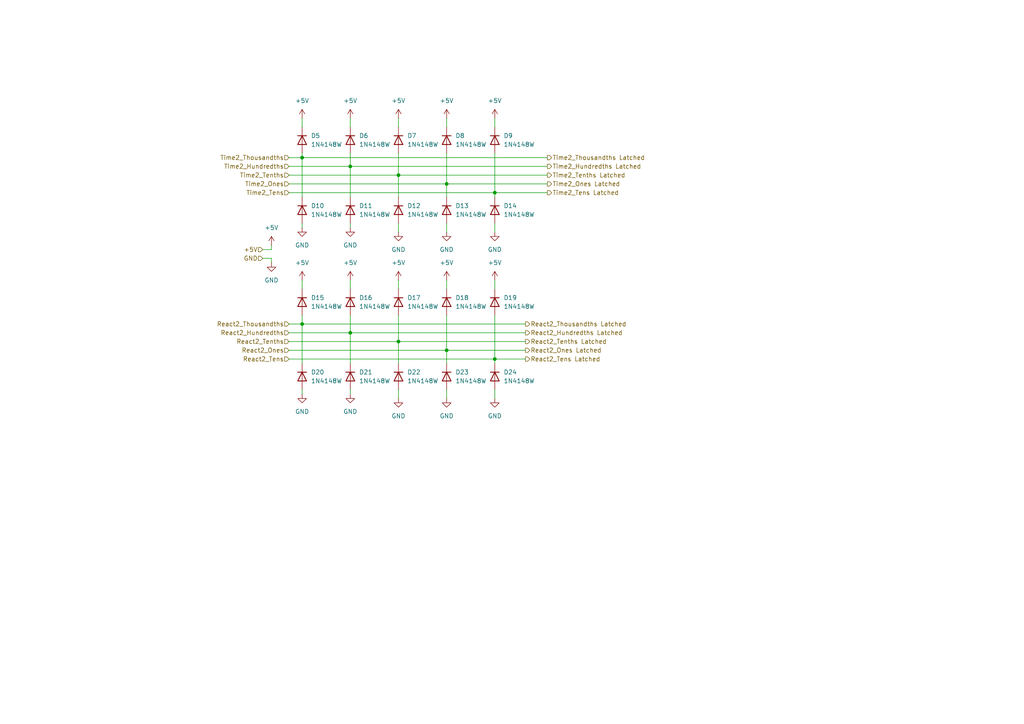
<source format=kicad_sch>
(kicad_sch (version 20250114) (generator "eeschema") (generator_version "9.0")
  (paper "A4")
  (lib_symbols
    (symbol "Diode:1N4148W" (pin_numbers (hide yes)) (pin_names (hide yes))
      (property "Reference" "D" (at 0 2.54 0))
      (property "Value" "1N4148W" (at 0 -2.54 0))
      (symbol "1N4148W_0_1"
        (polyline (pts (xy -1.27 1.27) (xy -1.27 -1.27)) (stroke (width 0.254)))
        (polyline (pts (xy 1.27 1.27) (xy 1.27 -1.27) (xy -1.27 0) (xy 1.27 1.27)) (stroke (width 0.254)))
        (polyline (pts (xy 1.27 0) (xy -1.27 0)))
      )
      (symbol "1N4148W_1_1"
        (pin passive line (at -3.81 0 0) (length 2.54) (name "K") (number "1"))
        (pin passive line (at 3.81 0 180) (length 2.54) (name "A") (number "2"))
      )
    )
    (symbol "power:+5V" (power) (pin_numbers (hide yes)) (pin_names (offset 0) (hide yes))
      (property "Value" "+5V" (at 0 3.556 0))
      (symbol "+5V_0_1"
        (polyline (pts (xy -0.762 1.27) (xy 0 2.54)))
        (polyline (pts (xy 0 2.54) (xy 0.762 1.27)))
        (polyline (pts (xy 0 0) (xy 0 2.54)))
      )
      (symbol "+5V_1_1"
        (pin power_in line (at 0 0 90) (length 0) (name "~") (number "1"))
      )
    )
    (symbol "power:GND" (power) (pin_numbers (hide yes)) (pin_names (offset 0) (hide yes))
      (property "Value" "GND" (at 0 -3.81 0))
      (symbol "GND_0_1"
        (polyline (pts (xy 0 0) (xy 0 -1.27) (xy 1.27 -1.27) (xy 0 -2.54) (xy -1.27 -1.27) (xy 0 -1.27)))
      )
      (symbol "GND_1_1"
        (pin power_in line (at 0 0 270) (length 0) (name "~") (number "1"))
      )
    )
  )
  (junction (at 143.51 55.88))
  (junction (at 101.6 48.26))
  (junction (at 143.51 104.14))
  (junction (at 129.54 53.34))
  (junction (at 115.57 50.8))
  (junction (at 101.6 96.52))
  (junction (at 87.63 93.98))
  (junction (at 129.54 101.6))
  (junction (at 115.57 99.06))
  (junction (at 87.63 45.72))
  (wire (pts (xy 101.6 34.29) (xy 101.6 36.83)))
  (wire (pts (xy 87.63 93.98) (xy 87.63 105.41)))
  (wire (pts (xy 101.6 66.04) (xy 101.6 64.77)))
  (wire (pts (xy 115.57 34.29) (xy 115.57 36.83)))
  (wire (pts (xy 115.57 50.8) (xy 115.57 57.15)))
  (wire (pts (xy 129.54 53.34) (xy 129.54 57.15)))
  (wire (pts (xy 101.6 48.26) (xy 101.6 44.45)))
  (wire (pts (xy 143.51 34.29) (xy 143.51 36.83)))
  (wire (pts (xy 87.63 114.3) (xy 87.63 113.03)))
  (wire (pts (xy 129.54 101.6) (xy 129.54 105.41)))
  (wire (pts (xy 101.6 114.3) (xy 101.6 113.03)))
  (wire (pts (xy 87.63 45.72) (xy 87.63 57.15)))
  (wire (pts (xy 129.54 91.44) (xy 129.54 101.6)))
  (wire (pts (xy 101.6 96.52) (xy 152.4 96.52)))
  (wire (pts (xy 101.6 81.28) (xy 101.6 83.82)))
  (wire (pts (xy 83.82 93.98) (xy 87.63 93.98)))
  (wire (pts (xy 83.82 48.26) (xy 101.6 48.26)))
  (wire (pts (xy 143.51 104.14) (xy 152.4 104.14)))
  (wire (pts (xy 78.74 74.93) (xy 78.74 76.2)))
  (wire (pts (xy 83.82 96.52) (xy 101.6 96.52)))
  (wire (pts (xy 143.51 55.88) (xy 143.51 44.45)))
  (wire (pts (xy 76.2 74.93) (xy 78.74 74.93)))
  (wire (pts (xy 129.54 64.77) (xy 129.54 67.31)))
  (wire (pts (xy 83.82 55.88) (xy 143.51 55.88)))
  (wire (pts (xy 143.51 55.88) (xy 143.51 57.15)))
  (wire (pts (xy 87.63 44.45) (xy 87.63 45.72)))
  (wire (pts (xy 83.82 104.14) (xy 143.51 104.14)))
  (wire (pts (xy 87.63 81.28) (xy 87.63 83.82)))
  (wire (pts (xy 143.51 81.28) (xy 143.51 83.82)))
  (wire (pts (xy 143.51 115.57) (xy 143.51 113.03)))
  (wire (pts (xy 143.51 91.44) (xy 143.51 104.14)))
  (wire (pts (xy 87.63 45.72) (xy 158.75 45.72)))
  (wire (pts (xy 76.2 72.39) (xy 78.74 72.39)))
  (wire (pts (xy 83.82 101.6) (xy 129.54 101.6)))
  (wire (pts (xy 83.82 53.34) (xy 129.54 53.34)))
  (wire (pts (xy 83.82 99.06) (xy 115.57 99.06)))
  (wire (pts (xy 87.63 34.29) (xy 87.63 36.83)))
  (wire (pts (xy 115.57 113.03) (xy 115.57 115.57)))
  (wire (pts (xy 143.51 67.31) (xy 143.51 64.77)))
  (wire (pts (xy 115.57 50.8) (xy 115.57 44.45)))
  (wire (pts (xy 129.54 83.82) (xy 129.54 81.28)))
  (wire (pts (xy 129.54 113.03) (xy 129.54 115.57)))
  (wire (pts (xy 101.6 91.44) (xy 101.6 96.52)))
  (wire (pts (xy 101.6 48.26) (xy 158.75 48.26)))
  (wire (pts (xy 115.57 99.06) (xy 115.57 105.41)))
  (wire (pts (xy 129.54 101.6) (xy 152.4 101.6)))
  (wire (pts (xy 115.57 50.8) (xy 158.75 50.8)))
  (wire (pts (xy 87.63 91.44) (xy 87.63 93.98)))
  (wire (pts (xy 143.51 104.14) (xy 143.51 105.41)))
  (wire (pts (xy 78.74 71.12) (xy 78.74 72.39)))
  (wire (pts (xy 115.57 91.44) (xy 115.57 99.06)))
  (wire (pts (xy 129.54 36.83) (xy 129.54 34.29)))
  (wire (pts (xy 83.82 50.8) (xy 115.57 50.8)))
  (wire (pts (xy 87.63 66.04) (xy 87.63 64.77)))
  (wire (pts (xy 115.57 64.77) (xy 115.57 67.31)))
  (wire (pts (xy 115.57 99.06) (xy 152.4 99.06)))
  (wire (pts (xy 101.6 48.26) (xy 101.6 57.15)))
  (wire (pts (xy 129.54 53.34) (xy 158.75 53.34)))
  (wire (pts (xy 87.63 93.98) (xy 152.4 93.98)))
  (wire (pts (xy 129.54 53.34) (xy 129.54 44.45)))
  (wire (pts (xy 83.82 45.72) (xy 87.63 45.72)))
  (wire (pts (xy 143.51 55.88) (xy 158.75 55.88)))
  (wire (pts (xy 115.57 81.28) (xy 115.57 83.82)))
  (wire (pts (xy 101.6 96.52) (xy 101.6 105.41)))
  (hierarchical_label "Time2_Hundredths Latched" (shape output) (at 158.75 48.26 0))
  (hierarchical_label "Time2_Tens" (shape input) (at 83.82 55.88 180))
  (hierarchical_label "React2_Tens Latched" (shape output) (at 152.4 104.14 0))
  (hierarchical_label "Time2_Thousandths Latched" (shape output) (at 158.75 45.72 0))
  (hierarchical_label "GND" (shape input) (at 76.2 74.93 180))
  (hierarchical_label "Time2_Tens Latched" (shape output) (at 158.75 55.88 0))
  (hierarchical_label "Time2_Ones" (shape input) (at 83.82 53.34 180))
  (hierarchical_label "Time2_Thousandths" (shape input) (at 83.82 45.72 180))
  (hierarchical_label "React2_Tenths" (shape input) (at 83.82 99.06 180))
  (hierarchical_label "React2_Thousandths Latched" (shape output) (at 152.4 93.98 0))
  (hierarchical_label "React2_Tenths Latched" (shape output) (at 152.4 99.06 0))
  (hierarchical_label "React2_Tens" (shape input) (at 83.82 104.14 180))
  (hierarchical_label "React2_Hundredths Latched" (shape output) (at 152.4 96.52 0))
  (hierarchical_label "+5V" (shape input) (at 76.2 72.39 180))
  (hierarchical_label "Time2_Tenths" (shape input) (at 83.82 50.8 180))
  (hierarchical_label "Time2_Hundredths" (shape input) (at 83.82 48.26 180))
  (hierarchical_label "React2_Hundredths" (shape input) (at 83.82 96.52 180))
  (hierarchical_label "Time2_Ones Latched" (shape output) (at 158.75 53.34 0))
  (hierarchical_label "React2_Ones Latched" (shape output) (at 152.4 101.6 0))
  (hierarchical_label "React2_Thousandths" (shape input) (at 83.82 93.98 180))
  (hierarchical_label "Time2_Tenths Latched" (shape output) (at 158.75 50.8 0))
  (hierarchical_label "React2_Ones" (shape input) (at 83.82 101.6 180))
  (symbol (lib_id "Diode:1N4148W") (at 101.6 40.64 270) (unit 1)
    (property "Reference" "D6" (at 104.14 39.3699 90) (effects (justify left)))
    (property "Value" "1N4148W" (at 104.14 41.9099 90) (effects (justify left)))
    (property "Footprint" "Diode_SMD:D_SOD-123" (effects (hide yes)))
    (property "Datasheet" "https://www.vishay.com/docs/85748/1n4148w.pdf" (effects (hide yes)))
    (property "Description" "75V 0.15A Fast Switching Diode, SOD-123" (effects (hide yes)))
    (property "Sim.Device" "D" (effects (hide yes)))
    (property "Sim.Pins" "1=K 2=A" (effects (hide yes)))
  )
  (symbol (lib_id "power:+5V") (at 129.54 81.28 0) (unit 1)
    (property "Reference" "#PWR074" (effects (hide yes)))
    (property "Value" "+5V" (at 129.54 76.2 0))
    (property "Description" "Power symbol creates a global label with name \"+5V\"" (effects (hide yes)))
  )
  (symbol (lib_id "power:GND") (at 87.63 66.04 0) (unit 1)
    (property "Reference" "#PWR041" (effects (hide yes)))
    (property "Value" "GND" (at 87.63 71.12 0))
    (property "Description" "Power symbol creates a global label with name \"GND\" , ground" (effects (hide yes)))
  )
  (symbol (lib_id "power:+5V") (at 115.57 81.28 0) (unit 1)
    (property "Reference" "#PWR072" (effects (hide yes)))
    (property "Value" "+5V" (at 115.57 76.2 0))
    (property "Description" "Power symbol creates a global label with name \"+5V\"" (effects (hide yes)))
  )
  (symbol (lib_id "Diode:1N4148W") (at 129.54 40.64 270) (unit 1)
    (property "Reference" "D8" (at 132.08 39.3699 90) (effects (justify left)))
    (property "Value" "1N4148W" (at 132.08 41.9099 90) (effects (justify left)))
    (property "Footprint" "Diode_SMD:D_SOD-123" (effects (hide yes)))
    (property "Datasheet" "https://www.vishay.com/docs/85748/1n4148w.pdf" (effects (hide yes)))
    (property "Description" "75V 0.15A Fast Switching Diode, SOD-123" (effects (hide yes)))
    (property "Sim.Device" "D" (effects (hide yes)))
    (property "Sim.Pins" "1=K 2=A" (effects (hide yes)))
  )
  (symbol (lib_id "Diode:1N4148W") (at 101.6 87.63 270) (unit 1)
    (property "Reference" "D16" (at 104.14 86.3599 90) (effects (justify left)))
    (property "Value" "1N4148W" (at 104.14 88.8999 90) (effects (justify left)))
    (property "Footprint" "Diode_SMD:D_SOD-123" (effects (hide yes)))
    (property "Datasheet" "https://www.vishay.com/docs/85748/1n4148w.pdf" (effects (hide yes)))
    (property "Description" "75V 0.15A Fast Switching Diode, SOD-123" (effects (hide yes)))
    (property "Sim.Device" "D" (effects (hide yes)))
    (property "Sim.Pins" "1=K 2=A" (effects (hide yes)))
  )
  (symbol (lib_id "power:GND") (at 143.51 115.57 0) (unit 1)
    (property "Reference" "#PWR077" (effects (hide yes)))
    (property "Value" "GND" (at 143.51 120.65 0))
    (property "Description" "Power symbol creates a global label with name \"GND\" , ground" (effects (hide yes)))
  )
  (symbol (lib_id "power:+5V") (at 101.6 81.28 0) (unit 1)
    (property "Reference" "#PWR070" (effects (hide yes)))
    (property "Value" "+5V" (at 101.6 76.2 0))
    (property "Description" "Power symbol creates a global label with name \"+5V\"" (effects (hide yes)))
  )
  (symbol (lib_id "power:GND") (at 143.51 67.31 0) (unit 1)
    (property "Reference" "#PWR049" (effects (hide yes)))
    (property "Value" "GND" (at 143.51 72.39 0))
    (property "Description" "Power symbol creates a global label with name \"GND\" , ground" (effects (hide yes)))
  )
  (symbol (lib_id "Diode:1N4148W") (at 143.51 60.96 270) (unit 1)
    (property "Reference" "D14" (at 146.05 59.6899 90) (effects (justify left)))
    (property "Value" "1N4148W" (at 146.05 62.2299 90) (effects (justify left)))
    (property "Footprint" "Diode_SMD:D_SOD-123" (effects (hide yes)))
    (property "Datasheet" "https://www.vishay.com/docs/85748/1n4148w.pdf" (effects (hide yes)))
    (property "Description" "75V 0.15A Fast Switching Diode, SOD-123" (effects (hide yes)))
    (property "Sim.Device" "D" (effects (hide yes)))
    (property "Sim.Pins" "1=K 2=A" (effects (hide yes)))
  )
  (symbol (lib_id "power:+5V") (at 115.57 34.29 0) (unit 1)
    (property "Reference" "#PWR044" (effects (hide yes)))
    (property "Value" "+5V" (at 115.57 29.21 0))
    (property "Description" "Power symbol creates a global label with name \"+5V\"" (effects (hide yes)))
  )
  (symbol (lib_id "power:GND") (at 115.57 115.57 0) (unit 1)
    (property "Reference" "#PWR073" (effects (hide yes)))
    (property "Value" "GND" (at 115.57 120.65 0))
    (property "Description" "Power symbol creates a global label with name \"GND\" , ground" (effects (hide yes)))
  )
  (symbol (lib_id "Diode:1N4148W") (at 87.63 87.63 270) (unit 1)
    (property "Reference" "D15" (at 90.17 86.3599 90) (effects (justify left)))
    (property "Value" "1N4148W" (at 90.17 88.8999 90) (effects (justify left)))
    (property "Footprint" "Diode_SMD:D_SOD-123" (effects (hide yes)))
    (property "Datasheet" "https://www.vishay.com/docs/85748/1n4148w.pdf" (effects (hide yes)))
    (property "Description" "75V 0.15A Fast Switching Diode, SOD-123" (effects (hide yes)))
    (property "Sim.Device" "D" (effects (hide yes)))
    (property "Sim.Pins" "1=K 2=A" (effects (hide yes)))
  )
  (symbol (lib_id "Diode:1N4148W") (at 129.54 109.22 270) (unit 1)
    (property "Reference" "D23" (at 132.08 107.9499 90) (effects (justify left)))
    (property "Value" "1N4148W" (at 132.08 110.4899 90) (effects (justify left)))
    (property "Footprint" "Diode_SMD:D_SOD-123" (effects (hide yes)))
    (property "Datasheet" "https://www.vishay.com/docs/85748/1n4148w.pdf" (effects (hide yes)))
    (property "Description" "75V 0.15A Fast Switching Diode, SOD-123" (effects (hide yes)))
    (property "Sim.Device" "D" (effects (hide yes)))
    (property "Sim.Pins" "1=K 2=A" (effects (hide yes)))
  )
  (symbol (lib_id "power:+5V") (at 129.54 34.29 0) (unit 1)
    (property "Reference" "#PWR046" (effects (hide yes)))
    (property "Value" "+5V" (at 129.54 29.21 0))
    (property "Description" "Power symbol creates a global label with name \"+5V\"" (effects (hide yes)))
  )
  (symbol (lib_id "power:+5V") (at 143.51 81.28 0) (unit 1)
    (property "Reference" "#PWR076" (effects (hide yes)))
    (property "Value" "+5V" (at 143.51 76.2 0))
    (property "Description" "Power symbol creates a global label with name \"+5V\"" (effects (hide yes)))
  )
  (symbol (lib_id "Diode:1N4148W") (at 129.54 60.96 270) (unit 1)
    (property "Reference" "D13" (at 132.08 59.6899 90) (effects (justify left)))
    (property "Value" "1N4148W" (at 132.08 62.2299 90) (effects (justify left)))
    (property "Footprint" "Diode_SMD:D_SOD-123" (effects (hide yes)))
    (property "Datasheet" "https://www.vishay.com/docs/85748/1n4148w.pdf" (effects (hide yes)))
    (property "Description" "75V 0.15A Fast Switching Diode, SOD-123" (effects (hide yes)))
    (property "Sim.Device" "D" (effects (hide yes)))
    (property "Sim.Pins" "1=K 2=A" (effects (hide yes)))
  )
  (symbol (lib_id "Diode:1N4148W") (at 115.57 40.64 270) (unit 1)
    (property "Reference" "D7" (at 118.11 39.3699 90) (effects (justify left)))
    (property "Value" "1N4148W" (at 118.11 41.9099 90) (effects (justify left)))
    (property "Footprint" "Diode_SMD:D_SOD-123" (effects (hide yes)))
    (property "Datasheet" "https://www.vishay.com/docs/85748/1n4148w.pdf" (effects (hide yes)))
    (property "Description" "75V 0.15A Fast Switching Diode, SOD-123" (effects (hide yes)))
    (property "Sim.Device" "D" (effects (hide yes)))
    (property "Sim.Pins" "1=K 2=A" (effects (hide yes)))
  )
  (symbol (lib_id "Diode:1N4148W") (at 143.51 87.63 270) (unit 1)
    (property "Reference" "D19" (at 146.05 86.3599 90) (effects (justify left)))
    (property "Value" "1N4148W" (at 146.05 88.8999 90) (effects (justify left)))
    (property "Footprint" "Diode_SMD:D_SOD-123" (effects (hide yes)))
    (property "Datasheet" "https://www.vishay.com/docs/85748/1n4148w.pdf" (effects (hide yes)))
    (property "Description" "75V 0.15A Fast Switching Diode, SOD-123" (effects (hide yes)))
    (property "Sim.Device" "D" (effects (hide yes)))
    (property "Sim.Pins" "1=K 2=A" (effects (hide yes)))
  )
  (symbol (lib_id "Diode:1N4148W") (at 115.57 87.63 270) (unit 1)
    (property "Reference" "D17" (at 118.11 86.3599 90) (effects (justify left)))
    (property "Value" "1N4148W" (at 118.11 88.8999 90) (effects (justify left)))
    (property "Footprint" "Diode_SMD:D_SOD-123" (effects (hide yes)))
    (property "Datasheet" "https://www.vishay.com/docs/85748/1n4148w.pdf" (effects (hide yes)))
    (property "Description" "75V 0.15A Fast Switching Diode, SOD-123" (effects (hide yes)))
    (property "Sim.Device" "D" (effects (hide yes)))
    (property "Sim.Pins" "1=K 2=A" (effects (hide yes)))
  )
  (symbol (lib_id "power:+5V") (at 87.63 34.29 0) (unit 1)
    (property "Reference" "#PWR040" (effects (hide yes)))
    (property "Value" "+5V" (at 87.63 29.21 0))
    (property "Description" "Power symbol creates a global label with name \"+5V\"" (effects (hide yes)))
  )
  (symbol (lib_id "Diode:1N4148W") (at 101.6 60.96 270) (unit 1)
    (property "Reference" "D11" (at 104.14 59.6899 90) (effects (justify left)))
    (property "Value" "1N4148W" (at 104.14 62.2299 90) (effects (justify left)))
    (property "Footprint" "Diode_SMD:D_SOD-123" (effects (hide yes)))
    (property "Datasheet" "https://www.vishay.com/docs/85748/1n4148w.pdf" (effects (hide yes)))
    (property "Description" "75V 0.15A Fast Switching Diode, SOD-123" (effects (hide yes)))
    (property "Sim.Device" "D" (effects (hide yes)))
    (property "Sim.Pins" "1=K 2=A" (effects (hide yes)))
  )
  (symbol (lib_id "Diode:1N4148W") (at 143.51 40.64 270) (unit 1)
    (property "Reference" "D9" (at 146.05 39.3699 90) (effects (justify left)))
    (property "Value" "1N4148W" (at 146.05 41.9099 90) (effects (justify left)))
    (property "Footprint" "Diode_SMD:D_SOD-123" (effects (hide yes)))
    (property "Datasheet" "https://www.vishay.com/docs/85748/1n4148w.pdf" (effects (hide yes)))
    (property "Description" "75V 0.15A Fast Switching Diode, SOD-123" (effects (hide yes)))
    (property "Sim.Device" "D" (effects (hide yes)))
    (property "Sim.Pins" "1=K 2=A" (effects (hide yes)))
  )
  (symbol (lib_id "Diode:1N4148W") (at 115.57 60.96 270) (unit 1)
    (property "Reference" "D12" (at 118.11 59.6899 90) (effects (justify left)))
    (property "Value" "1N4148W" (at 118.11 62.2299 90) (effects (justify left)))
    (property "Footprint" "Diode_SMD:D_SOD-123" (effects (hide yes)))
    (property "Datasheet" "https://www.vishay.com/docs/85748/1n4148w.pdf" (effects (hide yes)))
    (property "Description" "75V 0.15A Fast Switching Diode, SOD-123" (effects (hide yes)))
    (property "Sim.Device" "D" (effects (hide yes)))
    (property "Sim.Pins" "1=K 2=A" (effects (hide yes)))
  )
  (symbol (lib_id "Diode:1N4148W") (at 143.51 109.22 270) (unit 1)
    (property "Reference" "D24" (at 146.05 107.9499 90) (effects (justify left)))
    (property "Value" "1N4148W" (at 146.05 110.4899 90) (effects (justify left)))
    (property "Footprint" "Diode_SMD:D_SOD-123" (effects (hide yes)))
    (property "Datasheet" "https://www.vishay.com/docs/85748/1n4148w.pdf" (effects (hide yes)))
    (property "Description" "75V 0.15A Fast Switching Diode, SOD-123" (effects (hide yes)))
    (property "Sim.Device" "D" (effects (hide yes)))
    (property "Sim.Pins" "1=K 2=A" (effects (hide yes)))
  )
  (symbol (lib_id "power:+5V") (at 87.63 81.28 0) (unit 1)
    (property "Reference" "#PWR050" (effects (hide yes)))
    (property "Value" "+5V" (at 87.63 76.2 0))
    (property "Description" "Power symbol creates a global label with name \"+5V\"" (effects (hide yes)))
  )
  (symbol (lib_id "Diode:1N4148W") (at 129.54 87.63 270) (unit 1)
    (property "Reference" "D18" (at 132.08 86.3599 90) (effects (justify left)))
    (property "Value" "1N4148W" (at 132.08 88.8999 90) (effects (justify left)))
    (property "Footprint" "Diode_SMD:D_SOD-123" (effects (hide yes)))
    (property "Datasheet" "https://www.vishay.com/docs/85748/1n4148w.pdf" (effects (hide yes)))
    (property "Description" "75V 0.15A Fast Switching Diode, SOD-123" (effects (hide yes)))
    (property "Sim.Device" "D" (effects (hide yes)))
    (property "Sim.Pins" "1=K 2=A" (effects (hide yes)))
  )
  (symbol (lib_id "power:+5V") (at 101.6 34.29 0) (unit 1)
    (property "Reference" "#PWR042" (effects (hide yes)))
    (property "Value" "+5V" (at 101.6 29.21 0))
    (property "Description" "Power symbol creates a global label with name \"+5V\"" (effects (hide yes)))
  )
  (symbol (lib_id "power:GND") (at 129.54 115.57 0) (unit 1)
    (property "Reference" "#PWR075" (effects (hide yes)))
    (property "Value" "GND" (at 129.54 120.65 0))
    (property "Description" "Power symbol creates a global label with name \"GND\" , ground" (effects (hide yes)))
  )
  (symbol (lib_id "power:GND") (at 129.54 67.31 0) (unit 1)
    (property "Reference" "#PWR047" (effects (hide yes)))
    (property "Value" "GND" (at 129.54 72.39 0))
    (property "Description" "Power symbol creates a global label with name \"GND\" , ground" (effects (hide yes)))
  )
  (symbol (lib_id "power:GND") (at 101.6 114.3 0) (unit 1)
    (property "Reference" "#PWR071" (effects (hide yes)))
    (property "Value" "GND" (at 101.6 119.38 0))
    (property "Description" "Power symbol creates a global label with name \"GND\" , ground" (effects (hide yes)))
  )
  (symbol (lib_id "power:+5V") (at 78.74 71.12 0) (unit 1)
    (property "Reference" "#PWR078" (effects (hide yes)))
    (property "Value" "+5V" (at 78.74 66.04 0))
    (property "Description" "Power symbol creates a global label with name \"+5V\"" (effects (hide yes)))
  )
  (symbol (lib_id "Diode:1N4148W") (at 87.63 60.96 270) (unit 1)
    (property "Reference" "D10" (at 90.17 59.6899 90) (effects (justify left)))
    (property "Value" "1N4148W" (at 90.17 62.2299 90) (effects (justify left)))
    (property "Footprint" "Diode_SMD:D_SOD-123" (effects (hide yes)))
    (property "Datasheet" "https://www.vishay.com/docs/85748/1n4148w.pdf" (effects (hide yes)))
    (property "Description" "75V 0.15A Fast Switching Diode, SOD-123" (effects (hide yes)))
    (property "Sim.Device" "D" (effects (hide yes)))
    (property "Sim.Pins" "1=K 2=A" (effects (hide yes)))
  )
  (symbol (lib_id "Diode:1N4148W") (at 87.63 40.64 270) (unit 1)
    (property "Reference" "D5" (at 90.17 39.3699 90) (effects (justify left)))
    (property "Value" "1N4148W" (at 90.17 41.9099 90) (effects (justify left)))
    (property "Footprint" "Diode_SMD:D_SOD-123" (effects (hide yes)))
    (property "Datasheet" "https://www.vishay.com/docs/85748/1n4148w.pdf" (effects (hide yes)))
    (property "Description" "75V 0.15A Fast Switching Diode, SOD-123" (effects (hide yes)))
    (property "Sim.Device" "D" (effects (hide yes)))
    (property "Sim.Pins" "1=K 2=A" (effects (hide yes)))
  )
  (symbol (lib_id "power:GND") (at 115.57 67.31 0) (unit 1)
    (property "Reference" "#PWR045" (effects (hide yes)))
    (property "Value" "GND" (at 115.57 72.39 0))
    (property "Description" "Power symbol creates a global label with name \"GND\" , ground" (effects (hide yes)))
  )
  (symbol (lib_id "Diode:1N4148W") (at 101.6 109.22 270) (unit 1)
    (property "Reference" "D21" (at 104.14 107.9499 90) (effects (justify left)))
    (property "Value" "1N4148W" (at 104.14 110.4899 90) (effects (justify left)))
    (property "Footprint" "Diode_SMD:D_SOD-123" (effects (hide yes)))
    (property "Datasheet" "https://www.vishay.com/docs/85748/1n4148w.pdf" (effects (hide yes)))
    (property "Description" "75V 0.15A Fast Switching Diode, SOD-123" (effects (hide yes)))
    (property "Sim.Device" "D" (effects (hide yes)))
    (property "Sim.Pins" "1=K 2=A" (effects (hide yes)))
  )
  (symbol (lib_id "power:GND") (at 87.63 114.3 0) (unit 1)
    (property "Reference" "#PWR069" (effects (hide yes)))
    (property "Value" "GND" (at 87.63 119.38 0))
    (property "Description" "Power symbol creates a global label with name \"GND\" , ground" (effects (hide yes)))
  )
  (symbol (lib_id "Diode:1N4148W") (at 87.63 109.22 270) (unit 1)
    (property "Reference" "D20" (at 90.17 107.9499 90) (effects (justify left)))
    (property "Value" "1N4148W" (at 90.17 110.4899 90) (effects (justify left)))
    (property "Footprint" "Diode_SMD:D_SOD-123" (effects (hide yes)))
    (property "Datasheet" "https://www.vishay.com/docs/85748/1n4148w.pdf" (effects (hide yes)))
    (property "Description" "75V 0.15A Fast Switching Diode, SOD-123" (effects (hide yes)))
    (property "Sim.Device" "D" (effects (hide yes)))
    (property "Sim.Pins" "1=K 2=A" (effects (hide yes)))
  )
  (symbol (lib_id "power:+5V") (at 143.51 34.29 0) (unit 1)
    (property "Reference" "#PWR048" (effects (hide yes)))
    (property "Value" "+5V" (at 143.51 29.21 0))
    (property "Description" "Power symbol creates a global label with name \"+5V\"" (effects (hide yes)))
  )
  (symbol (lib_id "power:GND") (at 78.74 76.2 0) (unit 1)
    (property "Reference" "#PWR079" (effects (hide yes)))
    (property "Value" "GND" (at 78.74 81.28 0))
    (property "Description" "Power symbol creates a global label with name \"GND\" , ground" (effects (hide yes)))
  )
  (symbol (lib_id "power:GND") (at 101.6 66.04 0) (unit 1)
    (property "Reference" "#PWR043" (effects (hide yes)))
    (property "Value" "GND" (at 101.6 71.12 0))
    (property "Description" "Power symbol creates a global label with name \"GND\" , ground" (effects (hide yes)))
  )
  (symbol (lib_id "Diode:1N4148W") (at 115.57 109.22 270) (unit 1)
    (property "Reference" "D22" (at 118.11 107.9499 90) (effects (justify left)))
    (property "Value" "1N4148W" (at 118.11 110.4899 90) (effects (justify left)))
    (property "Footprint" "Diode_SMD:D_SOD-123" (effects (hide yes)))
    (property "Datasheet" "https://www.vishay.com/docs/85748/1n4148w.pdf" (effects (hide yes)))
    (property "Description" "75V 0.15A Fast Switching Diode, SOD-123" (effects (hide yes)))
    (property "Sim.Device" "D" (effects (hide yes)))
    (property "Sim.Pins" "1=K 2=A" (effects (hide yes)))
  )
)
</source>
